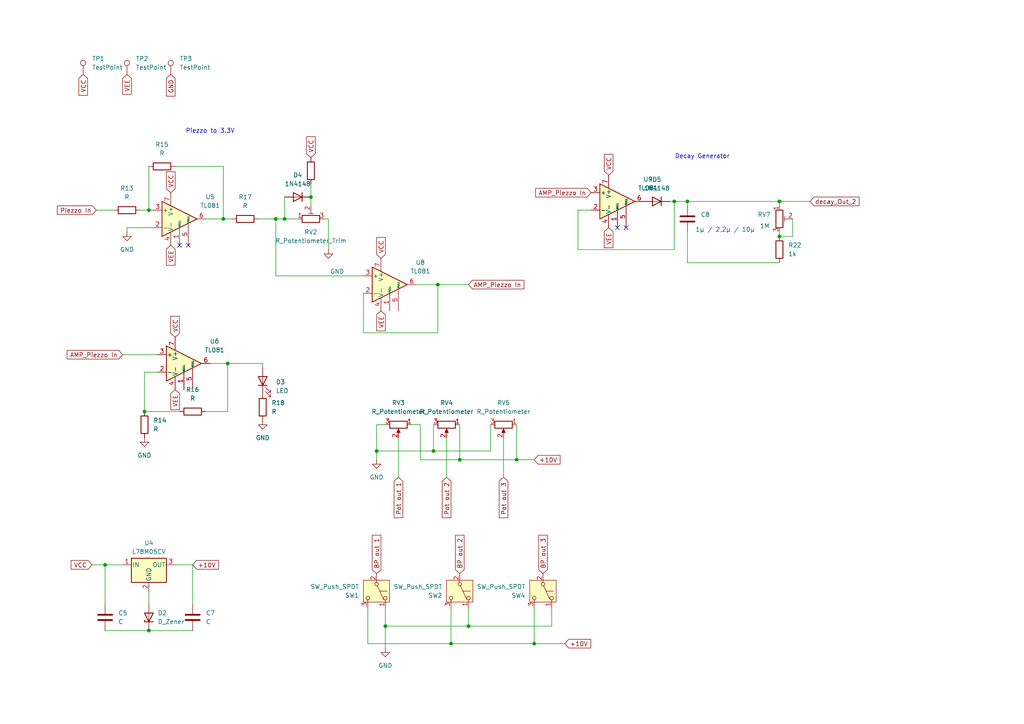
<source format=kicad_sch>
(kicad_sch (version 20250114) (generator "eeschema") (generator_version "9.0")
  (paper "A4")
  (lib_symbols
    (symbol "Amplifier_Operational:TL081" (pin_names (offset 0.127))
      (property "Reference" "U" (at 0 6.35 0))
      (property "Value" "TL081" (at 0 3.81 0))
      (symbol "TL081_0_1"
        (polyline (pts (xy -5.08 5.08) (xy 5.08 0) (xy -5.08 -5.08) (xy -5.08 5.08)) (stroke (width 0.254)) (fill (type background)))
      )
      (symbol "TL081_1_1"
        (pin input line (at -7.62 2.54 0) (length 2.54) (name "+") (number "3"))
        (pin input line (at -7.62 -2.54 0) (length 2.54) (name "-") (number "2"))
        (pin power_in line (at -2.54 7.62 270) (length 3.81) (name "V+") (number "7"))
        (pin power_in line (at -2.54 -7.62 90) (length 3.81) (name "V-") (number "4"))
        (pin no_connect line (at 0 2.54 270) (length 2.54) (hide yes) (name "NC") (number "8"))
        (pin input line (at 0 -7.62 90) (length 5.08) (name "NULL") (number "1"))
        (pin input line (at 2.54 -7.62 90) (length 6.35) (name "NULL") (number "5"))
        (pin output line (at 7.62 0 180) (length 2.54) (name "~") (number "6"))
      )
    )
    (symbol "Connector:TestPoint" (pin_numbers (hide yes)) (pin_names (offset 0.762) (hide yes))
      (property "Reference" "TP" (at 0 6.858 0))
      (property "Value" "TestPoint" (at 0 5.08 0))
      (symbol "TestPoint_0_1"
        (circle (center 0 3.302) (radius 0.762))
      )
      (symbol "TestPoint_1_1"
        (pin passive line (at 0 0 90) (length 2.54) (name "1") (number "1"))
      )
    )
    (symbol "Device:C" (pin_numbers (hide yes)) (pin_names (offset 0.254))
      (property "Reference" "C" (at 0.635 2.54 0))
      (property "Value" "C" (at 0.635 -2.54 0))
      (symbol "C_0_1"
        (polyline (pts (xy -2.032 0.762) (xy 2.032 0.762)) (stroke (width 0.508)))
        (polyline (pts (xy -2.032 -0.762) (xy 2.032 -0.762)) (stroke (width 0.508)))
      )
      (symbol "C_1_1"
        (pin passive line (at 0 3.81 270) (length 2.794) (name "~") (number "1"))
        (pin passive line (at 0 -3.81 90) (length 2.794) (name "~") (number "2"))
      )
    )
    (symbol "Device:D_Zener" (pin_numbers (hide yes)) (pin_names (offset 1.016) (hide yes))
      (property "Reference" "D" (at 0 2.54 0))
      (property "Value" "D_Zener" (at 0 -2.54 0))
      (symbol "D_Zener_0_1"
        (polyline (pts (xy -1.27 -1.27) (xy -1.27 1.27) (xy -0.762 1.27)) (stroke (width 0.254)))
        (polyline (pts (xy 1.27 0) (xy -1.27 0)))
        (polyline (pts (xy 1.27 -1.27) (xy 1.27 1.27) (xy -1.27 0) (xy 1.27 -1.27)) (stroke (width 0.254)))
      )
      (symbol "D_Zener_1_1"
        (pin passive line (at -3.81 0 0) (length 2.54) (name "K") (number "1"))
        (pin passive line (at 3.81 0 180) (length 2.54) (name "A") (number "2"))
      )
    )
    (symbol "Device:LED" (pin_numbers (hide yes)) (pin_names (offset 1.016) (hide yes))
      (property "Reference" "D" (at 0 2.54 0))
      (property "Value" "LED" (at 0 -2.54 0))
      (symbol "LED_0_1"
        (polyline (pts (xy -3.048 -0.762) (xy -4.572 -2.286) (xy -3.81 -2.286) (xy -4.572 -2.286) (xy -4.572 -1.524)))
        (polyline (pts (xy -1.778 -0.762) (xy -3.302 -2.286) (xy -2.54 -2.286) (xy -3.302 -2.286) (xy -3.302 -1.524)))
        (polyline (pts (xy -1.27 0) (xy 1.27 0)))
        (polyline (pts (xy -1.27 -1.27) (xy -1.27 1.27)) (stroke (width 0.254)))
        (polyline (pts (xy 1.27 -1.27) (xy 1.27 1.27) (xy -1.27 0) (xy 1.27 -1.27)) (stroke (width 0.254)))
      )
      (symbol "LED_1_1"
        (pin passive line (at -3.81 0 0) (length 2.54) (name "K") (number "1"))
        (pin passive line (at 3.81 0 180) (length 2.54) (name "A") (number "2"))
      )
    )
    (symbol "Device:R" (pin_numbers (hide yes)) (pin_names (offset 0))
      (property "Reference" "R" (at 2.032 0 90))
      (property "Value" "R" (at 0 0 90))
      (symbol "R_0_1"
        (rectangle (start -1.016 -2.54) (end 1.016 2.54) (stroke (width 0.254)))
      )
      (symbol "R_1_1"
        (pin passive line (at 0 3.81 270) (length 1.27) (name "~") (number "1"))
        (pin passive line (at 0 -3.81 90) (length 1.27) (name "~") (number "2"))
      )
    )
    (symbol "Device:R_Potentiometer" (pin_names (offset 1.016) (hide yes))
      (property "Reference" "RV" (at -4.445 0 90))
      (property "Value" "R_Potentiometer" (at -2.54 0 90))
      (symbol "R_Potentiometer_0_1"
        (rectangle (start 1.016 2.54) (end -1.016 -2.54) (stroke (width 0.254)))
        (polyline (pts (xy 1.143 0) (xy 2.286 0.508) (xy 2.286 -0.508) (xy 1.143 0)) (fill (type outline)))
        (polyline (pts (xy 2.54 0) (xy 1.524 0)))
      )
      (symbol "R_Potentiometer_1_1"
        (pin passive line (at 0 3.81 270) (length 1.27) (name "1") (number "1"))
        (pin passive line (at 0 -3.81 90) (length 1.27) (name "3") (number "3"))
        (pin passive line (at 3.81 0 180) (length 1.27) (name "2") (number "2"))
      )
    )
    (symbol "Device:R_Potentiometer_Trim" (pin_names (offset 1.016) (hide yes))
      (property "Reference" "RV" (at -4.445 0 90))
      (property "Value" "R_Potentiometer_Trim" (at -2.54 0 90))
      (symbol "R_Potentiometer_Trim_0_1"
        (rectangle (start 1.016 2.54) (end -1.016 -2.54) (stroke (width 0.254)))
        (polyline (pts (xy 1.524 0.762) (xy 1.524 -0.762)))
        (polyline (pts (xy 2.54 0) (xy 1.524 0)))
      )
      (symbol "R_Potentiometer_Trim_1_1"
        (pin passive line (at 0 3.81 270) (length 1.27) (name "1") (number "1"))
        (pin passive line (at 0 -3.81 90) (length 1.27) (name "3") (number "3"))
        (pin passive line (at 3.81 0 180) (length 1.27) (name "2") (number "2"))
      )
    )
    (symbol "Diode:1N4148" (pin_numbers (hide yes)) (pin_names (hide yes))
      (property "Reference" "D" (at 0 2.54 0))
      (property "Value" "1N4148" (at 0 -2.54 0))
      (symbol "1N4148_0_1"
        (polyline (pts (xy -1.27 1.27) (xy -1.27 -1.27)) (stroke (width 0.254)))
        (polyline (pts (xy 1.27 1.27) (xy 1.27 -1.27) (xy -1.27 0) (xy 1.27 1.27)) (stroke (width 0.254)))
        (polyline (pts (xy 1.27 0) (xy -1.27 0)))
      )
      (symbol "1N4148_1_1"
        (pin passive line (at -3.81 0 0) (length 2.54) (name "K") (number "1"))
        (pin passive line (at 3.81 0 180) (length 2.54) (name "A") (number "2"))
      )
    )
    (symbol "Regulator_Linear:L7805" (pin_names (offset 0.254))
      (property "Reference" "U" (at -3.81 3.175 0))
      (property "Value" "L7805" (at 0 3.175 0))
      (symbol "L7805_0_1"
        (rectangle (start -5.08 1.905) (end 5.08 -5.08) (stroke (width 0.254)) (fill (type background)))
      )
      (symbol "L7805_1_1"
        (pin power_in line (at -7.62 0 0) (length 2.54) (name "IN") (number "1"))
        (pin power_in line (at 0 -7.62 90) (length 2.54) (name "GND") (number "2"))
        (pin power_out line (at 7.62 0 180) (length 2.54) (name "OUT") (number "3"))
      )
    )
    (symbol "Switch:SW_Push_SPDT" (pin_names (offset 0) (hide yes))
      (property "Reference" "SW" (at 0 5.08 0))
      (property "Value" "SW_Push_SPDT" (at 0 -5.08 0))
      (symbol "SW_Push_SPDT_0_0"
        (circle (center -2.032 0) (radius 0.508))
        (polyline (pts (xy 0 1.016) (xy 0 3.048)))
        (circle (center 2.032 -2.54) (radius 0.508))
      )
      (symbol "SW_Push_SPDT_0_1"
        (polyline (pts (xy -1.524 0.2032) (xy 2.3368 1.9812)))
        (circle (center 2.032 2.54) (radius 0.508))
      )
      (symbol "SW_Push_SPDT_1_1"
        (rectangle (start -3.175 3.81) (end 3.175 -3.81) (fill (type background)))
        (pin passive line (at -5.08 0 0) (length 2.54) (name "B") (number "2"))
        (pin passive line (at 5.08 2.54 180) (length 2.54) (name "A") (number "1"))
        (pin passive line (at 5.08 -2.54 180) (length 2.54) (name "C") (number "3"))
      )
    )
    (symbol "power:GND" (power) (pin_numbers (hide yes)) (pin_names (offset 0) (hide yes))
      (property "Value" "GND" (at 0 -3.81 0))
      (symbol "GND_0_1"
        (polyline (pts (xy 0 0) (xy 0 -1.27) (xy 1.27 -1.27) (xy 0 -2.54) (xy -1.27 -1.27) (xy 0 -1.27)))
      )
      (symbol "GND_1_1"
        (pin power_in line (at 0 0 270) (length 0) (name "~") (number "1"))
      )
    )
  )
  (text "Decay Generator\n" (at 203.708 45.466 0) (effects (font (size 1.27 1.27))))
  (text "Piezzo to 3.3V\n" (at 60.96 38.1 0) (effects (font (size 1.27 1.27))))
  (junction (at 135.89 181.61))
  (junction (at 111.76 181.61))
  (junction (at 82.55 63.5))
  (junction (at 66.04 105.41))
  (junction (at 195.58 58.42))
  (junction (at 80.01 63.5))
  (junction (at 30.48 163.83))
  (junction (at 43.18 60.96))
  (junction (at 199.39 58.42))
  (junction (at 127 82.55))
  (junction (at 90.17 57.15))
  (junction (at 43.18 182.88))
  (junction (at 226.06 58.42))
  (junction (at 130.81 186.69))
  (junction (at 226.06 68.58))
  (junction (at 133.35 133.35))
  (junction (at 41.91 119.38))
  (junction (at 109.22 130.81))
  (junction (at 154.94 186.69))
  (junction (at 149.86 133.35))
  (junction (at 64.77 63.5))
  (junction (at 125.73 130.81))
  (no_connect (at 181.61 66.04))
  (no_connect (at 54.61 71.12))
  (no_connect (at 179.07 66.04))
  (no_connect (at 52.07 71.12))
  (wire (pts (xy 111.76 176.53) (xy 111.76 181.61)))
  (wire (pts (xy 95.25 63.5) (xy 95.25 72.39)))
  (wire (pts (xy 199.39 76.2) (xy 226.06 76.2)))
  (wire (pts (xy 27.94 60.96) (xy 33.02 60.96)))
  (wire (pts (xy 41.91 119.38) (xy 41.91 107.95)))
  (wire (pts (xy 129.54 127) (xy 129.54 138.43)))
  (wire (pts (xy 80.01 63.5) (xy 82.55 63.5)))
  (wire (pts (xy 229.87 68.58) (xy 226.06 68.58)))
  (wire (pts (xy 167.64 60.96) (xy 171.45 60.96)))
  (wire (pts (xy 43.18 60.96) (xy 43.18 48.26)))
  (wire (pts (xy 127 96.52) (xy 127 82.55)))
  (wire (pts (xy 64.77 63.5) (xy 67.31 63.5)))
  (wire (pts (xy 64.77 48.26) (xy 64.77 63.5)))
  (wire (pts (xy 59.69 63.5) (xy 64.77 63.5)))
  (wire (pts (xy 41.91 119.38) (xy 52.07 119.38)))
  (wire (pts (xy 82.55 63.5) (xy 86.36 63.5)))
  (wire (pts (xy 121.92 133.35) (xy 133.35 133.35)))
  (wire (pts (xy 149.86 123.19) (xy 149.86 133.35)))
  (wire (pts (xy 30.48 163.83) (xy 35.56 163.83)))
  (wire (pts (xy 90.17 53.34) (xy 90.17 57.15)))
  (wire (pts (xy 105.41 96.52) (xy 127 96.52)))
  (wire (pts (xy 80.01 63.5) (xy 80.01 80.01)))
  (wire (pts (xy 90.17 57.15) (xy 90.17 59.69)))
  (wire (pts (xy 135.89 176.53) (xy 135.89 181.61)))
  (wire (pts (xy 66.04 119.38) (xy 66.04 105.41)))
  (wire (pts (xy 66.04 105.41) (xy 60.96 105.41)))
  (wire (pts (xy 199.39 58.42) (xy 199.39 59.69)))
  (wire (pts (xy 135.89 181.61) (xy 111.76 181.61)))
  (wire (pts (xy 109.22 123.19) (xy 109.22 130.81)))
  (wire (pts (xy 195.58 58.42) (xy 199.39 58.42)))
  (wire (pts (xy 199.39 58.42) (xy 226.06 58.42)))
  (wire (pts (xy 35.56 102.87) (xy 45.72 102.87)))
  (wire (pts (xy 160.02 176.53) (xy 160.02 181.61)))
  (wire (pts (xy 154.94 186.69) (xy 163.83 186.69)))
  (wire (pts (xy 93.98 63.5) (xy 95.25 63.5)))
  (wire (pts (xy 229.87 63.5) (xy 229.87 68.58)))
  (wire (pts (xy 146.05 127) (xy 146.05 138.43)))
  (wire (pts (xy 44.45 66.04) (xy 36.83 66.04)))
  (wire (pts (xy 111.76 181.61) (xy 111.76 187.96)))
  (wire (pts (xy 80.01 80.01) (xy 105.41 80.01)))
  (wire (pts (xy 106.68 186.69) (xy 130.81 186.69)))
  (wire (pts (xy 36.83 66.04) (xy 36.83 67.31)))
  (wire (pts (xy 76.2 105.41) (xy 76.2 106.68)))
  (wire (pts (xy 199.39 67.31) (xy 199.39 76.2)))
  (wire (pts (xy 59.69 119.38) (xy 66.04 119.38)))
  (wire (pts (xy 43.18 182.88) (xy 55.88 182.88)))
  (wire (pts (xy 130.81 186.69) (xy 154.94 186.69)))
  (wire (pts (xy 226.06 67.31) (xy 226.06 68.58)))
  (wire (pts (xy 109.22 123.19) (xy 111.76 123.19)))
  (wire (pts (xy 50.8 163.83) (xy 55.88 163.83)))
  (wire (pts (xy 133.35 123.19) (xy 133.35 133.35)))
  (wire (pts (xy 26.67 163.83) (xy 30.48 163.83)))
  (wire (pts (xy 226.06 58.42) (xy 234.95 58.42)))
  (wire (pts (xy 43.18 60.96) (xy 44.45 60.96)))
  (wire (pts (xy 195.58 58.42) (xy 195.58 72.39)))
  (wire (pts (xy 195.58 72.39) (xy 167.64 72.39)))
  (wire (pts (xy 160.02 181.61) (xy 135.89 181.61)))
  (wire (pts (xy 119.38 123.19) (xy 121.92 123.19)))
  (wire (pts (xy 194.31 58.42) (xy 195.58 58.42)))
  (wire (pts (xy 130.81 176.53) (xy 130.81 186.69)))
  (wire (pts (xy 50.8 48.26) (xy 64.77 48.26)))
  (wire (pts (xy 40.64 60.96) (xy 43.18 60.96)))
  (wire (pts (xy 66.04 105.41) (xy 76.2 105.41)))
  (wire (pts (xy 120.65 82.55) (xy 127 82.55)))
  (wire (pts (xy 121.92 123.19) (xy 121.92 133.35)))
  (wire (pts (xy 154.94 176.53) (xy 154.94 186.69)))
  (wire (pts (xy 109.22 130.81) (xy 125.73 130.81)))
  (wire (pts (xy 226.06 58.42) (xy 226.06 59.69)))
  (wire (pts (xy 43.18 171.45) (xy 43.18 175.26)))
  (wire (pts (xy 30.48 163.83) (xy 30.48 175.26)))
  (wire (pts (xy 105.41 85.09) (xy 105.41 96.52)))
  (wire (pts (xy 106.68 176.53) (xy 106.68 186.69)))
  (wire (pts (xy 127 82.55) (xy 135.89 82.55)))
  (wire (pts (xy 30.48 182.88) (xy 43.18 182.88)))
  (wire (pts (xy 142.24 130.81) (xy 125.73 130.81)))
  (wire (pts (xy 149.86 133.35) (xy 154.94 133.35)))
  (wire (pts (xy 125.73 123.19) (xy 125.73 130.81)))
  (wire (pts (xy 41.91 107.95) (xy 45.72 107.95)))
  (wire (pts (xy 115.57 127) (xy 115.57 138.43)))
  (wire (pts (xy 55.88 163.83) (xy 55.88 175.26)))
  (wire (pts (xy 167.64 72.39) (xy 167.64 60.96)))
  (wire (pts (xy 109.22 130.81) (xy 109.22 133.35)))
  (wire (pts (xy 74.93 63.5) (xy 80.01 63.5)))
  (wire (pts (xy 82.55 57.15) (xy 82.55 63.5)))
  (wire (pts (xy 133.35 133.35) (xy 149.86 133.35)))
  (wire (pts (xy 142.24 123.19) (xy 142.24 130.81)))
  (global_label "VEE" (shape input) (at 50.8 113.03 270) (property "Intersheetrefs" "${INTERSHEET_REFS}" (effects (hide yes))))
  (global_label "VCC" (shape input) (at 26.67 163.83 180) (property "Intersheetrefs" "${INTERSHEET_REFS}" (effects (hide yes))))
  (global_label "+10V" (shape input) (at 163.83 186.69 0) (property "Intersheetrefs" "${INTERSHEET_REFS}" (effects (hide yes))))
  (global_label "GND" (shape input) (at 49.53 21.59 270) (property "Intersheetrefs" "${INTERSHEET_REFS}" (effects (hide yes))))
  (global_label "Pot out 1" (shape input) (at 115.57 138.43 270) (property "Intersheetrefs" "${INTERSHEET_REFS}" (effects (hide yes))))
  (global_label "VEE" (shape input) (at 36.83 21.59 270) (property "Intersheetrefs" "${INTERSHEET_REFS}" (effects (hide yes))))
  (global_label "VEE" (shape input) (at 49.53 71.12 270) (property "Intersheetrefs" "${INTERSHEET_REFS}" (effects (hide yes))))
  (global_label "AMP_Piezzo In" (shape input) (at 171.45 55.88 180) (property "Intersheetrefs" "${INTERSHEET_REFS}" (effects (hide yes))))
  (global_label "VCC" (shape input) (at 24.13 21.59 270) (property "Intersheetrefs" "${INTERSHEET_REFS}" (effects (hide yes))))
  (global_label "BP out 2" (shape input) (at 133.35 166.37 90) (property "Intersheetrefs" "${INTERSHEET_REFS}" (effects (hide yes))))
  (global_label "VEE" (shape input) (at 110.49 90.17 270) (property "Intersheetrefs" "${INTERSHEET_REFS}" (effects (hide yes))))
  (global_label "VCC" (shape input) (at 90.17 45.72 90) (property "Intersheetrefs" "${INTERSHEET_REFS}" (effects (hide yes))))
  (global_label "VCC" (shape input) (at 176.53 50.8 90) (property "Intersheetrefs" "${INTERSHEET_REFS}" (effects (hide yes))))
  (global_label "BP out 3" (shape input) (at 157.48 166.37 90) (property "Intersheetrefs" "${INTERSHEET_REFS}" (effects (hide yes))))
  (global_label "+10V" (shape input) (at 154.94 133.35 0) (property "Intersheetrefs" "${INTERSHEET_REFS}" (effects (hide yes))))
  (global_label "VCC" (shape input) (at 49.53 55.88 90) (property "Intersheetrefs" "${INTERSHEET_REFS}" (effects (hide yes))))
  (global_label "AMP_Piezzo In" (shape input) (at 135.89 82.55 0) (property "Intersheetrefs" "${INTERSHEET_REFS}" (effects (hide yes))))
  (global_label "decay_Out_2" (shape input) (at 234.95 58.42 0) (property "Intersheetrefs" "${INTERSHEET_REFS}" (effects (hide yes))))
  (global_label "VCC" (shape input) (at 110.49 74.93 90) (property "Intersheetrefs" "${INTERSHEET_REFS}" (effects (hide yes))))
  (global_label "AMP_Piezzo In" (shape input) (at 35.56 102.87 180) (property "Intersheetrefs" "${INTERSHEET_REFS}" (effects (hide yes))))
  (global_label "VEE" (shape input) (at 176.53 66.04 270) (property "Intersheetrefs" "${INTERSHEET_REFS}" (effects (hide yes))))
  (global_label "BP out 1" (shape input) (at 109.22 166.37 90) (property "Intersheetrefs" "${INTERSHEET_REFS}" (effects (hide yes))))
  (global_label "Piezzo In" (shape input) (at 27.94 60.96 180) (property "Intersheetrefs" "${INTERSHEET_REFS}" (effects (hide yes))))
  (global_label "VCC" (shape input) (at 50.8 97.79 90) (property "Intersheetrefs" "${INTERSHEET_REFS}" (effects (hide yes))))
  (global_label "Pot out 3" (shape input) (at 146.05 138.43 270) (property "Intersheetrefs" "${INTERSHEET_REFS}" (effects (hide yes))))
  (global_label "+10V" (shape input) (at 55.88 163.83 0) (property "Intersheetrefs" "${INTERSHEET_REFS}" (effects (hide yes))))
  (global_label "Pot out 2" (shape input) (at 129.54 138.43 270) (property "Intersheetrefs" "${INTERSHEET_REFS}" (effects (hide yes))))
  (symbol (lib_id "Device:R") (at 46.99 48.26 90) (unit 1)
    (property "Reference" "R15" (at 46.99 41.91 90))
    (property "Value" "R" (at 46.99 44.45 90))
    (property "Description" "Resistor" (effects (hide yes)))
  )
  (symbol (lib_id "power:GND") (at 76.2 121.92 0) (unit 1)
    (property "Reference" "#PWR09" (effects (hide yes)))
    (property "Value" "GND" (at 76.2 127 0))
    (property "Description" "Power symbol creates a global label with name \"GND\" , ground" (effects (hide yes)))
  )
  (symbol (lib_id "power:GND") (at 41.91 127 0) (unit 1)
    (property "Reference" "#PWR06" (effects (hide yes)))
    (property "Value" "GND" (at 41.91 132.08 0))
    (property "Description" "Power symbol creates a global label with name \"GND\" , ground" (effects (hide yes)))
  )
  (symbol (lib_id "Switch:SW_Push_SPDT") (at 109.22 171.45 270) (unit 1)
    (property "Reference" "SW1" (at 104.14 172.7201 90) (effects (justify right)))
    (property "Value" "SW_Push_SPDT" (at 104.14 170.1801 90) (effects (justify right)))
    (property "Description" "Momentary Switch, single pole double throw" (effects (hide yes)))
  )
  (symbol (lib_id "Device:R") (at 36.83 60.96 90) (unit 1)
    (property "Reference" "R13" (at 36.83 54.61 90))
    (property "Value" "R" (at 36.83 57.15 90))
    (property "Description" "Resistor" (effects (hide yes)))
  )
  (symbol (lib_id "Amplifier_Operational:TL081") (at 53.34 105.41 0) (unit 1)
    (property "Reference" "U6" (at 62.23 98.9898 0))
    (property "Value" "TL081" (at 62.23 101.5298 0))
    (property "Datasheet" "http://www.ti.com/lit/ds/symlink/tl081.pdf" (effects (hide yes)))
    (property "Description" "Single JFET-Input Operational Amplifiers, DIP-8/SOIC-8" (effects (hide yes)))
  )
  (symbol (lib_id "power:GND") (at 111.76 187.96 0) (unit 1)
    (property "Reference" "#PWR012" (effects (hide yes)))
    (property "Value" "GND" (at 111.76 193.04 0))
    (property "Description" "Power symbol creates a global label with name \"GND\" , ground" (effects (hide yes)))
  )
  (symbol (lib_id "Device:R") (at 226.06 72.39 0) (unit 1)
    (property "Reference" "R22" (at 228.6 71.1199 0) (effects (justify left)))
    (property "Value" "1k" (at 228.6 73.6599 0) (effects (justify left)))
    (property "Footprint" "Resistor_THT:R_Axial_DIN0204_L3.6mm_D1.6mm_P5.08mm_Horizontal" (effects (hide yes)))
    (property "Description" "Resistor" (effects (hide yes)))
  )
  (symbol (lib_id "Connector:TestPoint") (at 49.53 21.59 0) (unit 1)
    (property "Reference" "TP3" (at 52.07 17.0179 0) (effects (justify left)))
    (property "Value" "TestPoint" (at 52.07 19.5579 0) (effects (justify left)))
    (property "Description" "test point" (effects (hide yes)))
  )
  (symbol (lib_id "Device:C") (at 55.88 179.07 0) (unit 1)
    (property "Reference" "C7" (at 59.69 177.7999 0) (effects (justify left)))
    (property "Value" "C" (at 59.69 180.3399 0) (effects (justify left)))
    (property "Description" "Unpolarized capacitor" (effects (hide yes)))
  )
  (symbol (lib_id "Amplifier_Operational:TL081") (at 179.07 58.42 0) (unit 1)
    (property "Reference" "U9" (at 187.96 51.9998 0))
    (property "Value" "TL081" (at 187.96 54.5398 0))
    (property "Datasheet" "http://www.ti.com/lit/ds/symlink/tl081.pdf" (effects (hide yes)))
    (property "Description" "Single JFET-Input Operational Amplifiers, DIP-8/SOIC-8" (effects (hide yes)))
  )
  (symbol (lib_id "power:GND") (at 36.83 67.31 0) (unit 1)
    (property "Reference" "#PWR05" (effects (hide yes)))
    (property "Value" "GND" (at 36.83 72.39 0))
    (property "Description" "Power symbol creates a global label with name \"GND\" , ground" (effects (hide yes)))
  )
  (symbol (lib_id "Amplifier_Operational:TL081") (at 52.07 63.5 0) (unit 1)
    (property "Reference" "U5" (at 60.96 57.0798 0))
    (property "Value" "TL081" (at 60.96 59.6198 0))
    (property "Datasheet" "http://www.ti.com/lit/ds/symlink/tl081.pdf" (effects (hide yes)))
    (property "Description" "Single JFET-Input Operational Amplifiers, DIP-8/SOIC-8" (effects (hide yes)))
  )
  (symbol (lib_id "Device:R") (at 55.88 119.38 270) (unit 1)
    (property "Reference" "R16" (at 55.88 113.03 90))
    (property "Value" "R" (at 55.88 115.57 90))
    (property "Description" "Resistor" (effects (hide yes)))
  )
  (symbol (lib_id "Switch:SW_Push_SPDT") (at 157.48 171.45 270) (unit 1)
    (property "Reference" "SW4" (at 152.4 172.7201 90) (effects (justify right)))
    (property "Value" "SW_Push_SPDT" (at 152.4 170.1801 90) (effects (justify right)))
    (property "Description" "Momentary Switch, single pole double throw" (effects (hide yes)))
  )
  (symbol (lib_id "Device:R_Potentiometer_Trim") (at 90.17 63.5 90) (unit 1)
    (property "Reference" "RV2" (at 90.17 67.31 90))
    (property "Value" "R_Potentiometer_Trim" (at 90.17 69.85 90))
    (property "Description" "Trim-potentiometer" (effects (hide yes)))
  )
  (symbol (lib_id "power:GND") (at 109.22 133.35 0) (unit 1)
    (property "Reference" "#PWR011" (effects (hide yes)))
    (property "Value" "GND" (at 109.22 138.43 0))
    (property "Description" "Power symbol creates a global label with name \"GND\" , ground" (effects (hide yes)))
  )
  (symbol (lib_id "Device:R_Potentiometer") (at 146.05 123.19 270) (unit 1)
    (property "Reference" "RV5" (at 146.05 116.84 90))
    (property "Value" "R_Potentiometer" (at 146.05 119.38 90))
    (property "Description" "Potentiometer" (effects (hide yes)))
  )
  (symbol (lib_id "Amplifier_Operational:TL081") (at 113.03 82.55 0) (unit 1)
    (property "Reference" "U8" (at 121.92 76.1298 0))
    (property "Value" "TL081" (at 121.92 78.6698 0))
    (property "Datasheet" "http://www.ti.com/lit/ds/symlink/tl081.pdf" (effects (hide yes)))
    (property "Description" "Single JFET-Input Operational Amplifiers, DIP-8/SOIC-8" (effects (hide yes)))
  )
  (symbol (lib_id "Connector:TestPoint") (at 36.83 21.59 0) (unit 1)
    (property "Reference" "TP2" (at 39.37 17.0179 0) (effects (justify left)))
    (property "Value" "TestPoint" (at 39.37 19.5579 0) (effects (justify left)))
    (property "Description" "test point" (effects (hide yes)))
  )
  (symbol (lib_id "Device:R") (at 41.91 123.19 0) (unit 1)
    (property "Reference" "R14" (at 44.45 121.9199 0) (effects (justify left)))
    (property "Value" "R" (at 44.45 124.4599 0) (effects (justify left)))
    (property "Description" "Resistor" (effects (hide yes)))
  )
  (symbol (lib_id "Connector:TestPoint") (at 24.13 21.59 0) (unit 1)
    (property "Reference" "TP1" (at 26.67 17.0179 0) (effects (justify left)))
    (property "Value" "TestPoint" (at 26.67 19.5579 0) (effects (justify left)))
    (property "Description" "test point" (effects (hide yes)))
  )
  (symbol (lib_id "Device:LED") (at 76.2 110.49 90) (unit 1)
    (property "Reference" "D3" (at 80.01 110.8074 90) (effects (justify right)))
    (property "Value" "LED" (at 80.01 113.3474 90) (effects (justify right)))
    (property "Description" "Light emitting diode" (effects (hide yes)))
    (property "Sim.Pins" "1=K 2=A" (effects (hide yes)))
  )
  (symbol (lib_id "Device:C") (at 199.39 63.5 0) (unit 1)
    (property "Reference" "C8" (at 203.2 62.2299 0) (effects (justify left)))
    (property "Value" "1µ / 2,2µ / 10µ" (at 201.676 66.548 0) (effects (justify left)))
    (property "Footprint" "Capacitor_THT:C_Axial_L3.8mm_D2.6mm_P7.50mm_Horizontal" (effects (hide yes)))
    (property "Description" "Unpolarized capacitor" (effects (hide yes)))
  )
  (symbol (lib_id "Diode:1N4148") (at 190.5 58.42 180) (unit 1)
    (property "Reference" "D5" (at 190.5 52.07 0))
    (property "Value" "1N4148" (at 190.5 54.61 0))
    (property "Footprint" "Diode_THT:D_DO-35_SOD27_P7.62mm_Horizontal" (effects (hide yes)))
    (property "Datasheet" "https://assets.nexperia.com/documents/data-sheet/1N4148_1N4448.pdf" (effects (hide yes)))
    (property "Description" "100V 0.15A standard switching diode, DO-35" (effects (hide yes)))
    (property "Sim.Device" "D" (effects (hide yes)))
    (property "Sim.Pins" "1=K 2=A" (effects (hide yes)))
  )
  (symbol (lib_id "Device:R_Potentiometer") (at 129.54 123.19 270) (unit 1)
    (property "Reference" "RV4" (at 129.54 116.84 90))
    (property "Value" "R_Potentiometer" (at 129.54 119.38 90))
    (property "Description" "Potentiometer" (effects (hide yes)))
  )
  (symbol (lib_id "Device:R_Potentiometer") (at 115.57 123.19 270) (unit 1)
    (property "Reference" "RV3" (at 115.57 116.84 90))
    (property "Value" "R_Potentiometer" (at 115.57 119.38 90))
    (property "Description" "Potentiometer" (effects (hide yes)))
  )
  (symbol (lib_id "Device:R") (at 71.12 63.5 90) (unit 1)
    (property "Reference" "R17" (at 71.12 57.15 90))
    (property "Value" "R" (at 71.12 59.69 90))
    (property "Description" "Resistor" (effects (hide yes)))
  )
  (symbol (lib_id "power:GND") (at 95.25 72.39 0) (unit 1)
    (property "Reference" "#PWR010" (effects (hide yes)))
    (property "Value" "GND" (at 97.79 78.74 0))
    (property "Description" "Power symbol creates a global label with name \"GND\" , ground" (effects (hide yes)))
  )
  (symbol (lib_id "Device:R") (at 76.2 118.11 0) (unit 1)
    (property "Reference" "R18" (at 78.74 116.8399 0) (effects (justify left)))
    (property "Value" "R" (at 78.74 119.3799 0) (effects (justify left)))
    (property "Description" "Resistor" (effects (hide yes)))
  )
  (symbol (lib_id "Device:D_Zener") (at 43.18 179.07 90) (unit 1)
    (property "Reference" "D2" (at 45.72 177.7999 90) (effects (justify right)))
    (property "Value" "D_Zener" (at 45.72 180.3399 90) (effects (justify right)))
    (property "Description" "Zener diode" (effects (hide yes)))
  )
  (symbol (lib_id "Device:R") (at 90.17 49.53 180) (unit 1)
    (property "Reference" "R21" (effects (hide yes)))
    (property "Value" "R" (effects (hide yes)))
    (property "Description" "Resistor" (effects (hide yes)))
  )
  (symbol (lib_id "Regulator_Linear:L7805") (at 43.18 163.83 0) (unit 1)
    (property "Reference" "U4" (at 43.18 157.48 0))
    (property "Value" "L78M05CV" (at 43.18 160.02 0))
    (property "Datasheet" "http://www.st.com/content/ccc/resource/technical/document/datasheet/41/4f/b3/b0/12/d4/47/88/CD00000444.pdf/files/CD00000444.pdf/jcr:content/translations/en.CD00000444.pdf" (effects (hide yes)))
    (property "Description" "Positive 1.5A 35V Linear Regulator, Fixed Output 5V, TO-220/TO-263/TO-252" (effects (hide yes)))
  )
  (symbol (lib_id "Switch:SW_Push_SPDT") (at 133.35 171.45 270) (unit 1)
    (property "Reference" "SW2" (at 128.27 172.7201 90) (effects (justify right)))
    (property "Value" "SW_Push_SPDT" (at 128.27 170.1801 90) (effects (justify right)))
    (property "Description" "Momentary Switch, single pole double throw" (effects (hide yes)))
  )
  (symbol (lib_id "Diode:1N4148") (at 86.36 57.15 180) (unit 1)
    (property "Reference" "D4" (at 86.36 50.8 0))
    (property "Value" "1N4148" (at 86.36 53.34 0))
    (property "Footprint" "Diode_THT:D_DO-35_SOD27_P7.62mm_Horizontal" (effects (hide yes)))
    (property "Datasheet" "https://assets.nexperia.com/documents/data-sheet/1N4148_1N4448.pdf" (effects (hide yes)))
    (property "Description" "100V 0.15A standard switching diode, DO-35" (effects (hide yes)))
    (property "Sim.Device" "D" (effects (hide yes)))
    (property "Sim.Pins" "1=K 2=A" (effects (hide yes)))
  )
  (symbol (lib_id "Device:R_Potentiometer_Trim") (at 226.06 63.5 0) (unit 1)
    (property "Reference" "RV7" (at 223.52 62.2299 0) (effects (justify right)))
    (property "Value" "1M" (at 223.266 65.532 0) (effects (justify right)))
    (property "Footprint" "Resistor_THT:R_Axial_DIN0204_L3.6mm_D1.6mm_P1.90mm_Vertical" (effects (hide yes)))
    (property "Description" "Trim-potentiometer" (effects (hide yes)))
  )
  (symbol (lib_id "Device:C") (at 30.48 179.07 0) (unit 1)
    (property "Reference" "C5" (at 34.29 177.7999 0) (effects (justify left)))
    (property "Value" "C" (at 34.29 180.3399 0) (effects (justify left)))
    (property "Description" "Unpolarized capacitor" (effects (hide yes)))
  )
)
</source>
